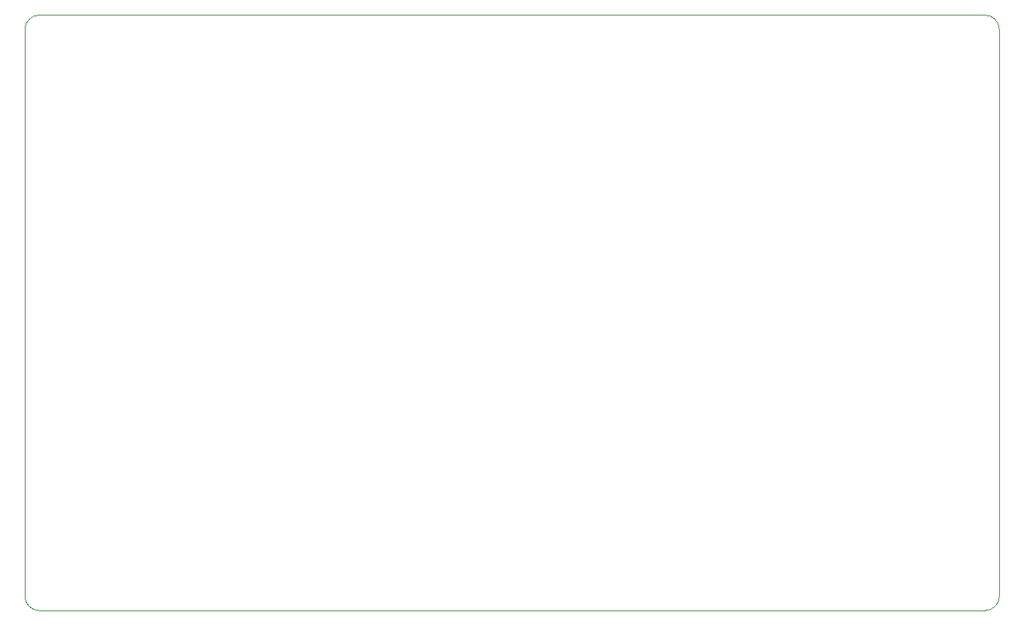
<source format=gbr>
%TF.GenerationSoftware,KiCad,Pcbnew,(6.0.4)*%
%TF.CreationDate,2022-05-06T19:08:14-04:00*%
%TF.ProjectId,F14-DDP,4631342d-4444-4502-9e6b-696361645f70,rev?*%
%TF.SameCoordinates,Original*%
%TF.FileFunction,Profile,NP*%
%FSLAX46Y46*%
G04 Gerber Fmt 4.6, Leading zero omitted, Abs format (unit mm)*
G04 Created by KiCad (PCBNEW (6.0.4)) date 2022-05-06 19:08:14*
%MOMM*%
%LPD*%
G01*
G04 APERTURE LIST*
%TA.AperFunction,Profile*%
%ADD10C,0.100000*%
%TD*%
G04 APERTURE END LIST*
D10*
X128587500Y-101600000D02*
X128587500Y-39687500D01*
X130175000Y-38100000D02*
G75*
G03*
X128587500Y-39687500I0J-1587500D01*
G01*
X234950000Y-39687500D02*
X234950000Y-101600000D01*
X128587500Y-101600000D02*
G75*
G03*
X130175000Y-103187500I1587500J0D01*
G01*
X234950000Y-39687500D02*
G75*
G03*
X233362500Y-38100000I-1587500J0D01*
G01*
X130175000Y-38100000D02*
X233362500Y-38100000D01*
X233362500Y-103187500D02*
X130175000Y-103187500D01*
X233362500Y-103187500D02*
G75*
G03*
X234950000Y-101600000I0J1587500D01*
G01*
M02*

</source>
